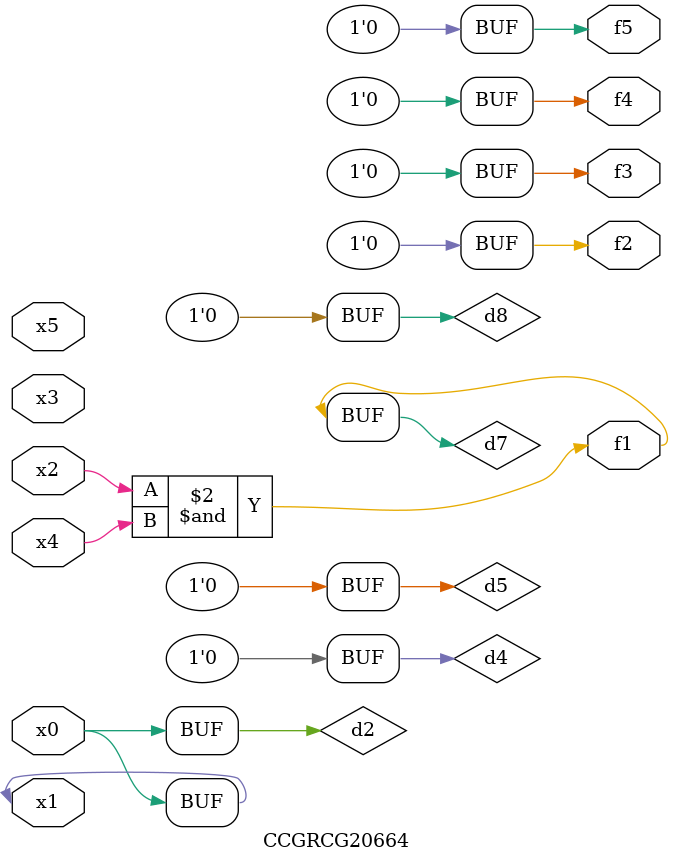
<source format=v>
module CCGRCG20664(
	input x0, x1, x2, x3, x4, x5,
	output f1, f2, f3, f4, f5
);

	wire d1, d2, d3, d4, d5, d6, d7, d8, d9;

	nand (d1, x1);
	buf (d2, x0, x1);
	nand (d3, x2, x4);
	and (d4, d1, d2);
	and (d5, d1, d2);
	nand (d6, d1, d3);
	not (d7, d3);
	xor (d8, d5);
	nor (d9, d5, d6);
	assign f1 = d7;
	assign f2 = d8;
	assign f3 = d8;
	assign f4 = d8;
	assign f5 = d8;
endmodule

</source>
